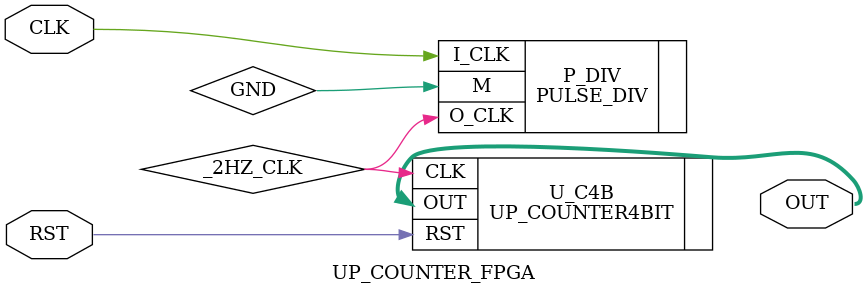
<source format=v>
`timescale 1ns / 1ps
`include "PULSE_DIV.v"
`include "UP_COUNTER4BIT.v"
module UP_COUNTER_FPGA(
	input CLK, 
	input RST,
	output [3:0] OUT
);
	wire _2HZ_CLK;
	PULSE_DIV P_DIV(.I_CLK(CLK), .M(GND), .O_CLK(_2HZ_CLK));
	UP_COUNTER4BIT U_C4B(.CLK(_2HZ_CLK), .RST(RST), .OUT(OUT));
endmodule

</source>
